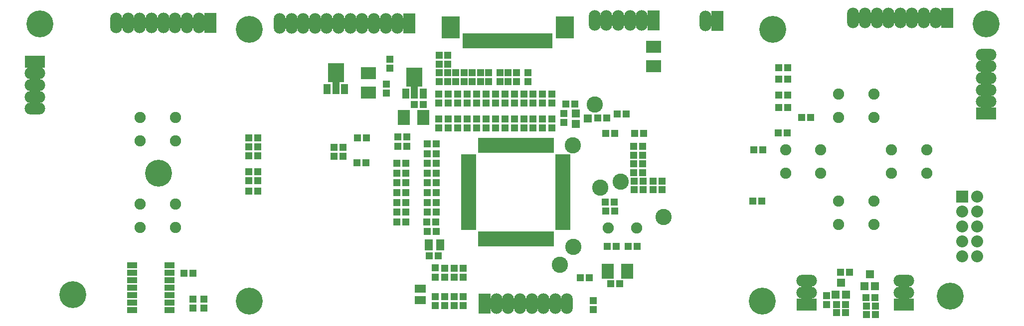
<source format=gts>
G04 (created by PCBNEW-RS274X (2010-05-05 BZR 2356)-stable) date 12/12/2010 12:48:27 p.m.*
G01*
G70*
G90*
%MOIN*%
G04 Gerber Fmt 3.4, Leading zero omitted, Abs format*
%FSLAX34Y34*%
G04 APERTURE LIST*
%ADD10C,0.006000*%
%ADD11O,0.079100X0.138100*%
%ADD12R,0.079100X0.138100*%
%ADD13O,0.138100X0.079100*%
%ADD14R,0.138100X0.079100*%
%ADD15C,0.075000*%
%ADD16R,0.030000X0.100000*%
%ADD17R,0.120000X0.150000*%
%ADD18R,0.047600X0.067200*%
%ADD19R,0.047600X0.098700*%
%ADD20R,0.106600X0.130300*%
%ADD21R,0.055000X0.075000*%
%ADD22C,0.180000*%
%ADD23R,0.080000X0.080000*%
%ADD24C,0.080000*%
%ADD25R,0.100000X0.080000*%
%ADD26R,0.080000X0.100000*%
%ADD27R,0.037700X0.098700*%
%ADD28R,0.098700X0.037700*%
%ADD29R,0.065000X0.040000*%
%ADD30R,0.075000X0.055000*%
%ADD31R,0.045000X0.051500*%
%ADD32R,0.051500X0.045000*%
%ADD33C,0.108600*%
%ADD34R,0.056000X0.056000*%
G04 APERTURE END LIST*
G54D10*
G54D11*
X44804Y-32165D03*
X44017Y-32165D03*
G54D12*
X43229Y-32165D03*
G54D11*
X45591Y-32165D03*
X46379Y-32165D03*
X47166Y-32165D03*
X47953Y-32165D03*
X48740Y-32165D03*
G54D13*
X71260Y-30630D03*
X71260Y-31417D03*
G54D14*
X71260Y-32205D03*
G54D13*
X64763Y-30630D03*
X64763Y-31417D03*
G54D14*
X64763Y-32205D03*
G54D11*
X57992Y-13228D03*
G54D12*
X58780Y-13228D03*
G54D15*
X66890Y-26850D03*
X66890Y-25276D03*
X69252Y-26850D03*
X69252Y-25276D03*
X70431Y-23425D03*
X70431Y-21851D03*
X72793Y-23425D03*
X72793Y-21851D03*
X66890Y-19684D03*
X66890Y-18110D03*
X69252Y-19684D03*
X69252Y-18110D03*
G54D11*
X36614Y-13386D03*
X37402Y-13386D03*
G54D12*
X38189Y-13386D03*
G54D11*
X35827Y-13386D03*
X35039Y-13386D03*
X34252Y-13386D03*
X33465Y-13386D03*
X32677Y-13386D03*
X31890Y-13386D03*
X31102Y-13386D03*
X30315Y-13386D03*
X29528Y-13386D03*
X23326Y-13347D03*
X24113Y-13347D03*
G54D12*
X24901Y-13347D03*
G54D11*
X22539Y-13347D03*
X21751Y-13347D03*
X20964Y-13347D03*
X20177Y-13347D03*
X19390Y-13347D03*
X18602Y-13347D03*
X72598Y-13031D03*
X73385Y-13031D03*
G54D12*
X74173Y-13031D03*
G54D11*
X71811Y-13031D03*
X71023Y-13031D03*
X70236Y-13031D03*
X69449Y-13031D03*
X68662Y-13031D03*
X67874Y-13031D03*
G54D13*
X76772Y-17835D03*
X76772Y-18622D03*
G54D14*
X76772Y-19410D03*
G54D13*
X76772Y-17048D03*
X76772Y-16260D03*
X76772Y-15473D03*
G54D11*
X52952Y-13189D03*
X53739Y-13189D03*
G54D12*
X54527Y-13189D03*
G54D11*
X52165Y-13189D03*
X51377Y-13189D03*
X50590Y-13189D03*
G54D13*
X13150Y-17520D03*
X13150Y-16733D03*
G54D14*
X13150Y-15945D03*
G54D13*
X13150Y-18307D03*
X13150Y-19095D03*
G54D16*
X43878Y-14547D03*
X44078Y-14547D03*
X44273Y-14547D03*
X44468Y-14547D03*
X44668Y-14547D03*
X44863Y-14547D03*
X45058Y-14547D03*
X45258Y-14547D03*
X45453Y-14547D03*
X45648Y-14547D03*
X43681Y-14547D03*
X45848Y-14547D03*
X46043Y-14547D03*
X43484Y-14547D03*
X47618Y-14547D03*
X46238Y-14547D03*
X46438Y-14547D03*
X46633Y-14547D03*
X46828Y-14547D03*
X47028Y-14547D03*
X47223Y-14547D03*
X47418Y-14547D03*
X43287Y-14547D03*
X43091Y-14547D03*
X42894Y-14547D03*
X42697Y-14547D03*
X42500Y-14547D03*
X42303Y-14547D03*
X42106Y-14547D03*
X41909Y-14547D03*
G54D17*
X48588Y-13667D03*
X40958Y-13667D03*
G54D18*
X37952Y-18071D03*
G54D19*
X38543Y-17914D03*
G54D18*
X39134Y-18071D03*
G54D20*
X38543Y-16969D03*
G54D21*
X40257Y-28228D03*
X39507Y-28228D03*
G54D22*
X61811Y-31969D03*
X62480Y-13780D03*
X27480Y-31969D03*
X27480Y-13780D03*
X21417Y-23425D03*
G54D18*
X32696Y-17776D03*
G54D19*
X33287Y-17619D03*
G54D18*
X33878Y-17776D03*
G54D20*
X33287Y-16674D03*
G54D23*
X75150Y-24988D03*
G54D24*
X76150Y-24988D03*
X75150Y-25988D03*
X76150Y-25988D03*
X75150Y-26988D03*
X76150Y-26988D03*
X75150Y-27988D03*
X76150Y-27988D03*
X75150Y-28988D03*
X76150Y-28988D03*
G54D25*
X35473Y-16711D03*
X35473Y-18011D03*
G54D26*
X52777Y-29999D03*
X51477Y-29999D03*
X37834Y-19685D03*
X39134Y-19685D03*
G54D27*
X45159Y-27831D03*
X44844Y-27831D03*
X44529Y-27831D03*
X44214Y-27831D03*
X43899Y-27831D03*
X43584Y-27831D03*
X43269Y-27831D03*
X42954Y-27831D03*
X47682Y-27831D03*
X47682Y-21535D03*
X42954Y-21535D03*
X45477Y-27831D03*
X45792Y-27831D03*
X46107Y-27831D03*
X46422Y-27831D03*
X46737Y-27831D03*
X47052Y-27831D03*
X47367Y-27831D03*
X47367Y-21535D03*
X47052Y-21535D03*
X46737Y-21535D03*
X46422Y-21535D03*
X46107Y-21535D03*
X45792Y-21535D03*
X45477Y-21535D03*
X45159Y-21535D03*
X44844Y-21535D03*
X44529Y-21535D03*
X44214Y-21535D03*
X43899Y-21535D03*
X43584Y-21535D03*
X43269Y-21535D03*
G54D28*
X42166Y-27047D03*
X42166Y-26733D03*
X42166Y-26417D03*
X42166Y-26103D03*
X42166Y-25787D03*
X42166Y-25473D03*
X42166Y-24527D03*
X42166Y-23897D03*
X42166Y-23583D03*
X42166Y-25157D03*
X42166Y-24843D03*
X42166Y-24213D03*
X42166Y-23267D03*
X42166Y-22953D03*
X42166Y-22637D03*
X42166Y-22323D03*
X48466Y-27047D03*
X48466Y-26733D03*
X48466Y-26417D03*
X48466Y-26103D03*
X48466Y-25787D03*
X48466Y-25473D03*
X48466Y-25157D03*
X48466Y-24843D03*
X48466Y-24527D03*
X48466Y-24213D03*
X48466Y-23897D03*
X48466Y-23583D03*
X48466Y-23267D03*
X48466Y-22953D03*
X48466Y-22637D03*
X48466Y-22323D03*
G54D29*
X22167Y-32574D03*
X22167Y-32074D03*
X22167Y-31574D03*
X22167Y-31074D03*
X22167Y-30574D03*
X22167Y-30074D03*
X22167Y-29574D03*
X19667Y-29574D03*
X19667Y-30074D03*
X19667Y-31074D03*
X19667Y-31574D03*
X19667Y-32074D03*
X19667Y-32574D03*
X19667Y-30574D03*
G54D30*
X38917Y-31910D03*
X38917Y-31160D03*
G54D31*
X37977Y-26683D03*
X37377Y-26683D03*
X37977Y-26033D03*
X37377Y-26033D03*
X37977Y-24065D03*
X37377Y-24065D03*
X37977Y-22756D03*
X37377Y-22756D03*
X38539Y-18819D03*
X39139Y-18819D03*
X37977Y-25384D03*
X37377Y-25384D03*
X37977Y-24724D03*
X37377Y-24724D03*
X37977Y-23406D03*
X37377Y-23406D03*
X38017Y-21614D03*
X37417Y-21614D03*
X53444Y-28312D03*
X52844Y-28312D03*
X51444Y-28312D03*
X52044Y-28312D03*
G54D32*
X36654Y-17455D03*
X36654Y-18055D03*
G54D31*
X40143Y-28937D03*
X39543Y-28937D03*
G54D32*
X24449Y-32466D03*
X24449Y-31866D03*
G54D31*
X52102Y-19449D03*
X52702Y-19449D03*
X39985Y-27323D03*
X39385Y-27323D03*
G54D32*
X36890Y-15801D03*
X36890Y-16401D03*
G54D31*
X33765Y-22283D03*
X33165Y-22283D03*
G54D32*
X39921Y-31669D03*
X39921Y-32269D03*
X40551Y-31669D03*
X40551Y-32269D03*
X50512Y-31944D03*
X50512Y-32544D03*
G54D31*
X33765Y-21693D03*
X33165Y-21693D03*
X53264Y-20748D03*
X53864Y-20748D03*
G54D32*
X41181Y-31669D03*
X41181Y-32269D03*
X41811Y-31669D03*
X41811Y-32269D03*
X46142Y-16669D03*
X46142Y-17269D03*
X44251Y-16669D03*
X44251Y-17269D03*
X42953Y-16669D03*
X42953Y-17269D03*
X41850Y-16669D03*
X41850Y-17269D03*
X43504Y-16669D03*
X43504Y-17269D03*
X42402Y-16669D03*
X42402Y-17269D03*
X41299Y-16669D03*
X41299Y-17269D03*
X45354Y-17269D03*
X45354Y-16669D03*
X44803Y-16669D03*
X44803Y-17269D03*
G54D31*
X37417Y-20984D03*
X38017Y-20984D03*
X39385Y-21457D03*
X39985Y-21457D03*
X39975Y-26683D03*
X39375Y-26683D03*
X39985Y-25384D03*
X39385Y-25384D03*
X39985Y-24065D03*
X39385Y-24065D03*
X39985Y-22756D03*
X39385Y-22756D03*
G54D32*
X41181Y-29779D03*
X41181Y-30379D03*
G54D31*
X39985Y-26033D03*
X39385Y-26033D03*
X39986Y-24724D03*
X39386Y-24724D03*
X39985Y-23406D03*
X39385Y-23406D03*
X39985Y-22106D03*
X39385Y-22106D03*
X51304Y-25335D03*
X51904Y-25335D03*
X54493Y-23947D03*
X55093Y-23947D03*
G54D32*
X39921Y-29764D03*
X39921Y-30379D03*
X40551Y-29779D03*
X40551Y-30379D03*
X41811Y-29779D03*
X41811Y-30379D03*
G54D31*
X51314Y-25935D03*
X51914Y-25935D03*
X54493Y-24508D03*
X55093Y-24508D03*
X52249Y-30826D03*
X51649Y-30826D03*
X49621Y-30413D03*
X50221Y-30413D03*
X23726Y-30118D03*
X23126Y-30118D03*
G54D32*
X23740Y-32466D03*
X23740Y-31866D03*
G54D31*
X50803Y-19724D03*
X51403Y-19724D03*
G54D32*
X48543Y-20024D03*
X48543Y-19424D03*
G54D31*
X49276Y-18780D03*
X48676Y-18780D03*
G54D32*
X40748Y-15527D03*
X40748Y-16127D03*
X40748Y-17269D03*
X40748Y-16669D03*
X40197Y-17269D03*
X40197Y-16669D03*
X40197Y-15526D03*
X40197Y-16126D03*
X40177Y-19779D03*
X40177Y-20379D03*
X41437Y-19779D03*
X41437Y-20379D03*
X42697Y-19779D03*
X42697Y-20379D03*
X43957Y-19779D03*
X43957Y-20379D03*
X40177Y-18125D03*
X40177Y-18725D03*
X41437Y-18125D03*
X41437Y-18725D03*
X42697Y-18125D03*
X42697Y-18725D03*
X43957Y-18125D03*
X43957Y-18725D03*
X40807Y-19779D03*
X40807Y-20379D03*
X42067Y-19779D03*
X42067Y-20379D03*
X43327Y-19779D03*
X43327Y-20379D03*
X44587Y-19779D03*
X44587Y-20379D03*
X40807Y-18125D03*
X40807Y-18725D03*
X42067Y-18125D03*
X42067Y-18725D03*
X43327Y-18125D03*
X43327Y-18725D03*
X44587Y-18125D03*
X44587Y-18725D03*
X47106Y-19779D03*
X47106Y-20379D03*
X45846Y-19779D03*
X45846Y-20379D03*
X47736Y-19779D03*
X47736Y-20379D03*
X46476Y-19779D03*
X46476Y-20379D03*
X45217Y-19779D03*
X45217Y-20379D03*
X47736Y-18125D03*
X47736Y-18725D03*
X46476Y-18125D03*
X46476Y-18725D03*
X45217Y-18125D03*
X45217Y-18725D03*
X47106Y-18125D03*
X47106Y-18725D03*
X45846Y-18125D03*
X45846Y-18725D03*
G54D31*
X51916Y-20748D03*
X51316Y-20748D03*
G54D22*
X76772Y-13425D03*
X74370Y-31653D03*
X13504Y-13425D03*
X15709Y-31535D03*
G54D25*
X54528Y-14941D03*
X54528Y-16241D03*
G54D15*
X63346Y-23425D03*
X63346Y-21851D03*
X65708Y-23425D03*
X65708Y-21851D03*
X20197Y-21259D03*
X20197Y-19685D03*
X22559Y-21259D03*
X22559Y-19685D03*
X20197Y-27047D03*
X20197Y-25473D03*
X22559Y-27047D03*
X22559Y-25473D03*
G54D31*
X34739Y-21063D03*
X35339Y-21063D03*
X34700Y-22717D03*
X35300Y-22717D03*
X67623Y-30039D03*
X67023Y-30039D03*
X28056Y-23327D03*
X27456Y-23327D03*
X61157Y-25276D03*
X61757Y-25276D03*
X68745Y-31742D03*
X69345Y-31742D03*
G54D32*
X66101Y-31629D03*
X66101Y-32229D03*
G54D31*
X66747Y-32756D03*
X67347Y-32756D03*
X62889Y-19016D03*
X63489Y-19016D03*
X28056Y-24606D03*
X27456Y-24606D03*
X62889Y-16339D03*
X63489Y-16339D03*
X28056Y-23917D03*
X27456Y-23917D03*
X68755Y-32323D03*
X69355Y-32323D03*
X61235Y-21850D03*
X61835Y-21850D03*
X28056Y-21653D03*
X27456Y-21653D03*
X62889Y-17126D03*
X63489Y-17126D03*
X28056Y-21063D03*
X27456Y-21063D03*
X62889Y-18189D03*
X63489Y-18189D03*
X62850Y-20709D03*
X63450Y-20709D03*
X64424Y-19685D03*
X65024Y-19685D03*
X28056Y-22244D03*
X27456Y-22244D03*
X67346Y-32205D03*
X66746Y-32205D03*
G54D33*
X49173Y-28346D03*
X49134Y-21535D03*
X50591Y-18819D03*
X48268Y-29567D03*
X55197Y-26339D03*
G54D31*
X53204Y-22795D03*
X53804Y-22795D03*
X53204Y-22205D03*
X53804Y-22205D03*
X53204Y-23386D03*
X53804Y-23386D03*
X53204Y-21614D03*
X53804Y-21614D03*
X68755Y-32874D03*
X69355Y-32874D03*
G54D15*
X53402Y-27086D03*
X51480Y-27086D03*
G54D31*
X53224Y-23947D03*
X53824Y-23947D03*
X53224Y-24508D03*
X53824Y-24508D03*
G54D33*
X50955Y-24390D03*
X52333Y-23986D03*
G54D34*
X69336Y-30971D03*
X68636Y-30971D03*
X68986Y-30171D03*
X67396Y-31542D03*
X66696Y-31542D03*
X67046Y-30742D03*
X49324Y-20114D03*
X49324Y-19414D03*
X50124Y-19764D03*
M02*

</source>
